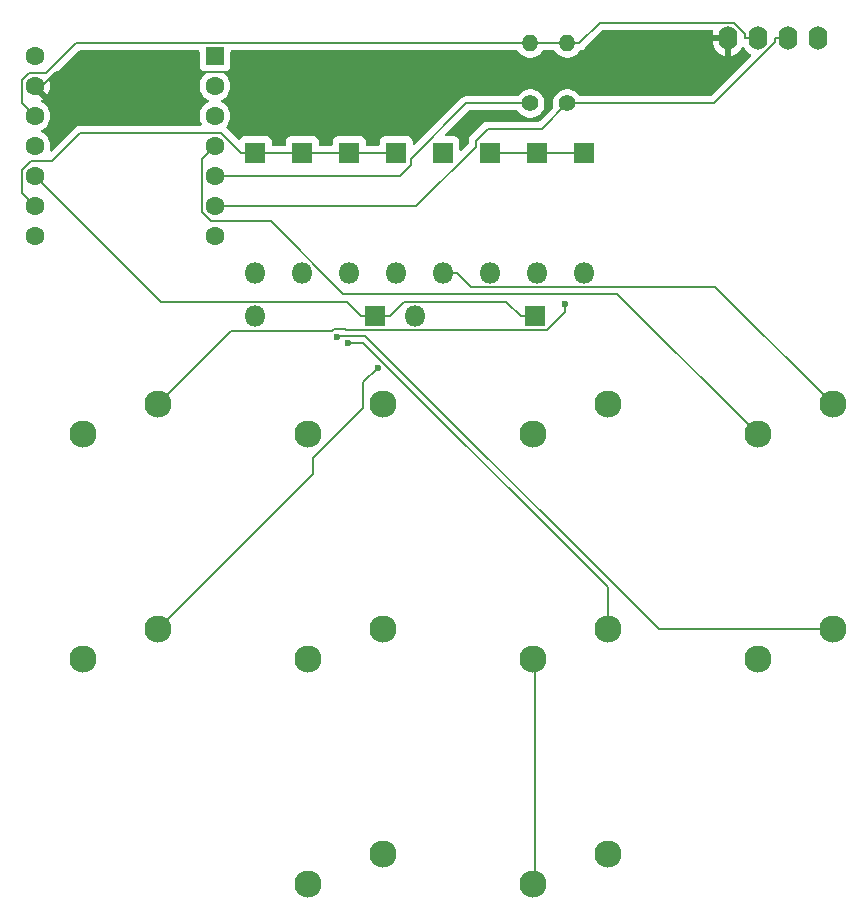
<source format=gbr>
%TF.GenerationSoftware,KiCad,Pcbnew,8.0.5-dirty*%
%TF.CreationDate,2024-10-05T14:38:15-04:00*%
%TF.ProjectId,cool-keyboard,636f6f6c-2d6b-4657-9962-6f6172642e6b,rev?*%
%TF.SameCoordinates,Original*%
%TF.FileFunction,Copper,L2,Bot*%
%TF.FilePolarity,Positive*%
%FSLAX46Y46*%
G04 Gerber Fmt 4.6, Leading zero omitted, Abs format (unit mm)*
G04 Created by KiCad (PCBNEW 8.0.5-dirty) date 2024-10-05 14:38:15*
%MOMM*%
%LPD*%
G01*
G04 APERTURE LIST*
%TA.AperFunction,ComponentPad*%
%ADD10C,2.300000*%
%TD*%
%TA.AperFunction,ComponentPad*%
%ADD11O,1.600000X2.000000*%
%TD*%
%TA.AperFunction,ComponentPad*%
%ADD12R,1.800000X1.800000*%
%TD*%
%TA.AperFunction,ComponentPad*%
%ADD13O,1.800000X1.800000*%
%TD*%
%TA.AperFunction,ComponentPad*%
%ADD14C,1.400000*%
%TD*%
%TA.AperFunction,ComponentPad*%
%ADD15O,1.400000X1.400000*%
%TD*%
%TA.AperFunction,ComponentPad*%
%ADD16R,1.600000X1.600000*%
%TD*%
%TA.AperFunction,ComponentPad*%
%ADD17C,1.600000*%
%TD*%
%TA.AperFunction,ViaPad*%
%ADD18C,0.600000*%
%TD*%
%TA.AperFunction,Conductor*%
%ADD19C,0.200000*%
%TD*%
G04 APERTURE END LIST*
D10*
%TO.P,SW7,1,1*%
%TO.N,COL2*%
X152114300Y-106267200D03*
%TO.P,SW7,2,2*%
%TO.N,Net-(D7-A)*%
X158464300Y-103727200D03*
%TD*%
%TO.P,SW3,1,1*%
%TO.N,COL2*%
X152114300Y-87217200D03*
%TO.P,SW3,2,2*%
%TO.N,Net-(D3-A)*%
X158464300Y-84677200D03*
%TD*%
D11*
%TO.P,Brd1,1,GND*%
%TO.N,GND*%
X168673000Y-53662000D03*
%TO.P,Brd1,2,VCC*%
%TO.N,SCR3V3*%
X171213000Y-53662000D03*
%TO.P,Brd1,3,SCL*%
%TO.N,Net-(Brd1-SCL)*%
X173753000Y-53662000D03*
%TO.P,Brd1,4,SDA*%
%TO.N,Net-(Brd1-SDA)*%
X176293000Y-53662000D03*
%TD*%
D10*
%TO.P,SW6,1,1*%
%TO.N,COL1*%
X133064300Y-106267200D03*
%TO.P,SW6,2,2*%
%TO.N,Net-(D6-A)*%
X139414300Y-103727200D03*
%TD*%
%TO.P,SW4,1,1*%
%TO.N,COL3*%
X171164300Y-87217200D03*
%TO.P,SW4,2,2*%
%TO.N,Net-(D4-A)*%
X177514300Y-84677200D03*
%TD*%
%TO.P,SW5,1,1*%
%TO.N,COL0*%
X114014300Y-106267200D03*
%TO.P,SW5,2,2*%
%TO.N,Net-(D5-A)*%
X120364300Y-103727200D03*
%TD*%
%TO.P,SW10,1,1*%
%TO.N,COL2*%
X152114300Y-125317200D03*
%TO.P,SW10,2,2*%
%TO.N,Net-(D10-A)*%
X158464300Y-122777200D03*
%TD*%
%TO.P,SW9,1,1*%
%TO.N,COL1*%
X133064300Y-125317200D03*
%TO.P,SW9,2,2*%
%TO.N,Net-(D9-A)*%
X139414300Y-122777200D03*
%TD*%
%TO.P,SW1,1,1*%
%TO.N,COL0*%
X114014300Y-87217200D03*
%TO.P,SW1,2,2*%
%TO.N,Net-(D1-A)*%
X120364300Y-84677200D03*
%TD*%
%TO.P,SW2,1,1*%
%TO.N,COL1*%
X133064300Y-87217200D03*
%TO.P,SW2,2,2*%
%TO.N,Net-(D2-A)*%
X139414300Y-84677200D03*
%TD*%
%TO.P,SW8,1,1*%
%TO.N,COL3*%
X171164300Y-106267200D03*
%TO.P,SW8,2,2*%
%TO.N,Net-(D8-A)*%
X177514300Y-103727200D03*
%TD*%
D12*
%TO.P,D9,1,K*%
%TO.N,ROW2*%
X152304700Y-77184200D03*
D13*
%TO.P,D9,2,A*%
%TO.N,Net-(D9-A)*%
X142144700Y-77184200D03*
%TD*%
D12*
%TO.P,D6,1,K*%
%TO.N,ROW1*%
X136588500Y-63373000D03*
D13*
%TO.P,D6,2,A*%
%TO.N,Net-(D6-A)*%
X136588500Y-73533000D03*
%TD*%
D12*
%TO.P,D10,1,K*%
%TO.N,ROW2*%
X138811000Y-77184200D03*
D13*
%TO.P,D10,2,A*%
%TO.N,Net-(D10-A)*%
X128651000Y-77184200D03*
%TD*%
D12*
%TO.P,D3,1,K*%
%TO.N,ROW0*%
X148494700Y-63373000D03*
D13*
%TO.P,D3,2,A*%
%TO.N,Net-(D3-A)*%
X148494700Y-73533000D03*
%TD*%
D14*
%TO.P,R1,1*%
%TO.N,Net-(Brd1-SCL)*%
X155067000Y-59182000D03*
D15*
%TO.P,R1,2*%
%TO.N,SCR3V3*%
X155067000Y-54102000D03*
%TD*%
D12*
%TO.P,D4,1,K*%
%TO.N,ROW0*%
X144526000Y-63373000D03*
D13*
%TO.P,D4,2,A*%
%TO.N,Net-(D4-A)*%
X144526000Y-73533000D03*
%TD*%
D12*
%TO.P,D1,1,K*%
%TO.N,ROW0*%
X156432200Y-63373000D03*
D13*
%TO.P,D1,2,A*%
%TO.N,Net-(D1-A)*%
X156432200Y-73533000D03*
%TD*%
D14*
%TO.P,R2,1*%
%TO.N,Net-(Brd1-SDA)*%
X151917000Y-59182000D03*
D15*
%TO.P,R2,2*%
%TO.N,SCR3V3*%
X151917000Y-54102000D03*
%TD*%
D12*
%TO.P,D2,1,K*%
%TO.N,ROW0*%
X152463500Y-63373000D03*
D13*
%TO.P,D2,2,A*%
%TO.N,Net-(D2-A)*%
X152463500Y-73533000D03*
%TD*%
D12*
%TO.P,D7,1,K*%
%TO.N,ROW1*%
X132619700Y-63373000D03*
D13*
%TO.P,D7,2,A*%
%TO.N,Net-(D7-A)*%
X132619700Y-73533000D03*
%TD*%
D16*
%TO.P,U2,1,PA02_A0_D0*%
%TO.N,COL0*%
X125222000Y-55183000D03*
D17*
%TO.P,U2,2,PA4_A1_D1*%
%TO.N,COL1*%
X125222000Y-57723000D03*
%TO.P,U2,3,PA10_A2_D2*%
%TO.N,COL2*%
X125222000Y-60263000D03*
%TO.P,U2,4,PA11_A3_D3*%
%TO.N,COL3*%
X125222000Y-62803000D03*
%TO.P,U2,5,PA8_A4_D4_SDA*%
%TO.N,Net-(Brd1-SDA)*%
X125222000Y-65343000D03*
%TO.P,U2,6,PA9_A5_D5_SCL*%
%TO.N,Net-(Brd1-SCL)*%
X125222000Y-67883000D03*
%TO.P,U2,7,PB08_A6_D6_TX*%
%TO.N,unconnected-(U2-PB08_A6_D6_TX-Pad7)*%
X125222000Y-70423000D03*
%TO.P,U2,8,PB09_A7_D7_RX*%
%TO.N,ROW0*%
X109982000Y-70423000D03*
%TO.P,U2,9,PA7_A8_D8_SCK*%
%TO.N,ROW1*%
X109982000Y-67883000D03*
%TO.P,U2,10,PA5_A9_D9_MISO*%
%TO.N,ROW2*%
X109982000Y-65343000D03*
%TO.P,U2,11,PA6_A10_D10_MOSI*%
%TO.N,unconnected-(U2-PA6_A10_D10_MOSI-Pad11)*%
X109982000Y-62803000D03*
%TO.P,U2,12,3V3*%
%TO.N,SCR3V3*%
X109982000Y-60263000D03*
%TO.P,U2,13,GND*%
%TO.N,GND*%
X109982000Y-57723000D03*
%TO.P,U2,14,5V*%
%TO.N,+5V*%
X109982000Y-55183000D03*
%TD*%
D12*
%TO.P,D5,1,K*%
%TO.N,ROW1*%
X140557200Y-63373000D03*
D13*
%TO.P,D5,2,A*%
%TO.N,Net-(D5-A)*%
X140557200Y-73533000D03*
%TD*%
D12*
%TO.P,D8,1,K*%
%TO.N,ROW1*%
X128651000Y-63373000D03*
D13*
%TO.P,D8,2,A*%
%TO.N,Net-(D8-A)*%
X128651000Y-73533000D03*
%TD*%
D18*
%TO.N,Net-(D1-A)*%
X154844700Y-76186300D03*
%TO.N,Net-(D5-A)*%
X139013700Y-81558500D03*
%TO.N,Net-(D7-A)*%
X136497900Y-79445500D03*
%TO.N,Net-(D8-A)*%
X135564300Y-78923000D03*
%TD*%
D19*
%TO.N,ROW0*%
X152463500Y-63373000D02*
X148494700Y-63373000D01*
X156432200Y-63373000D02*
X152463500Y-63373000D01*
%TO.N,Net-(D1-A)*%
X126566200Y-78475300D02*
X120364300Y-84677200D01*
X136347000Y-78398200D02*
X136270100Y-78321300D01*
X154844700Y-76873200D02*
X153319700Y-78398200D01*
X135315200Y-78321300D02*
X135161200Y-78475300D01*
X153319700Y-78398200D02*
X136347000Y-78398200D01*
X154844700Y-76186300D02*
X154844700Y-76873200D01*
X135161200Y-78475300D02*
X126566200Y-78475300D01*
X136270100Y-78321300D02*
X135315200Y-78321300D01*
%TO.N,Net-(D4-A)*%
X145727700Y-73533000D02*
X146929400Y-74734700D01*
X144526000Y-73533000D02*
X145727700Y-73533000D01*
X167571800Y-74734700D02*
X177514300Y-84677200D01*
X146929400Y-74734700D02*
X167571800Y-74734700D01*
%TO.N,Net-(D5-A)*%
X133526200Y-89237400D02*
X137793400Y-84970200D01*
X133526200Y-90565300D02*
X133526200Y-89237400D01*
X137793400Y-82778800D02*
X139013700Y-81558500D01*
X120364300Y-103727200D02*
X133526200Y-90565300D01*
X137793400Y-84970200D02*
X137793400Y-82778800D01*
%TO.N,ROW1*%
X140557200Y-63373000D02*
X136588500Y-63373000D01*
X132619700Y-63373000D02*
X136588500Y-63373000D01*
X111455000Y-64073000D02*
X113834300Y-61693700D01*
X113834300Y-61693700D02*
X125770000Y-61693700D01*
X128651000Y-63373000D02*
X127449300Y-63373000D01*
X132619700Y-63373000D02*
X128651000Y-63373000D01*
X125770000Y-61693700D02*
X127449300Y-63373000D01*
X109660800Y-64073000D02*
X111455000Y-64073000D01*
X108872600Y-66773600D02*
X108872600Y-64861200D01*
X108872600Y-64861200D02*
X109660800Y-64073000D01*
X109982000Y-67883000D02*
X108872600Y-66773600D01*
%TO.N,Net-(D7-A)*%
X137787400Y-79445500D02*
X158464300Y-100122400D01*
X158464300Y-100122400D02*
X158464300Y-103727200D01*
X136497900Y-79445500D02*
X137787400Y-79445500D01*
%TO.N,Net-(D8-A)*%
X135643500Y-78843800D02*
X135564300Y-78923000D01*
X177514300Y-103727200D02*
X162830700Y-103727200D01*
X137947300Y-78843800D02*
X135643500Y-78843800D01*
X162830700Y-103727200D02*
X137947300Y-78843800D01*
%TO.N,ROW2*%
X140012700Y-77184200D02*
X141214400Y-75982500D01*
X109982000Y-65343000D02*
X120621500Y-75982500D01*
X152304700Y-77184200D02*
X151103000Y-77184200D01*
X136407600Y-75982500D02*
X137609300Y-77184200D01*
X138811000Y-77184200D02*
X137609300Y-77184200D01*
X141214400Y-75982500D02*
X149901300Y-75982500D01*
X149901300Y-75982500D02*
X151103000Y-77184200D01*
X120621500Y-75982500D02*
X136407600Y-75982500D01*
X138811000Y-77184200D02*
X140012700Y-77184200D01*
%TO.N,COL2*%
X152283300Y-125148200D02*
X152283300Y-106436200D01*
X152283300Y-106436200D02*
X152114300Y-106267200D01*
X152114300Y-125317200D02*
X152283300Y-125148200D01*
%TO.N,COL3*%
X124905900Y-69153000D02*
X124115800Y-68362900D01*
X124115800Y-63909200D02*
X125222000Y-62803000D01*
X136083700Y-75294700D02*
X129942000Y-69153000D01*
X171164300Y-87217200D02*
X159241800Y-75294700D01*
X159241800Y-75294700D02*
X136083700Y-75294700D01*
X129942000Y-69153000D02*
X124905900Y-69153000D01*
X124115800Y-68362900D02*
X124115800Y-63909200D01*
%TO.N,Net-(Brd1-SCL)*%
X147293000Y-62848200D02*
X142258200Y-67883000D01*
X155067000Y-59182000D02*
X152930000Y-61319000D01*
X173753000Y-53662000D02*
X172651300Y-53662000D01*
X148310500Y-61319000D02*
X147293000Y-62336500D01*
X142258200Y-67883000D02*
X125222000Y-67883000D01*
X147293000Y-62336500D02*
X147293000Y-62848200D01*
X172651300Y-53990300D02*
X167459600Y-59182000D01*
X167459600Y-59182000D02*
X155067000Y-59182000D01*
X172651300Y-53662000D02*
X172651300Y-53990300D01*
X152930000Y-61319000D02*
X148310500Y-61319000D01*
%TO.N,GND*%
X111727900Y-56545000D02*
X164688300Y-56545000D01*
X110549900Y-57723000D02*
X111727900Y-56545000D01*
X164688300Y-56545000D02*
X167571300Y-53662000D01*
X109982000Y-57723000D02*
X110549900Y-57723000D01*
X168673000Y-53662000D02*
X167571300Y-53662000D01*
%TO.N,Net-(Brd1-SDA)*%
X146479100Y-59182000D02*
X151917000Y-59182000D01*
X141810600Y-64399000D02*
X141810600Y-63850500D01*
X140866600Y-65343000D02*
X141810600Y-64399000D01*
X141810600Y-63850500D02*
X146479100Y-59182000D01*
X125222000Y-65343000D02*
X140866600Y-65343000D01*
%TO.N,SCR3V3*%
X157819600Y-52351100D02*
X169128700Y-52351100D01*
X155067000Y-54102000D02*
X151917000Y-54102000D01*
X171213000Y-53662000D02*
X170111300Y-53662000D01*
X169128700Y-52351100D02*
X170111300Y-53333700D01*
X150894600Y-54081300D02*
X150915300Y-54102000D01*
X109488700Y-56621300D02*
X110947500Y-56621300D01*
X113487500Y-54081300D02*
X150894600Y-54081300D01*
X108877400Y-57232600D02*
X109488700Y-56621300D01*
X151917000Y-54102000D02*
X150915300Y-54102000D01*
X109982000Y-60263000D02*
X108877400Y-59158400D01*
X156068700Y-54102000D02*
X157819600Y-52351100D01*
X110947500Y-56621300D02*
X113487500Y-54081300D01*
X108877400Y-59158400D02*
X108877400Y-57232600D01*
X170111300Y-53333700D02*
X170111300Y-53662000D01*
X155067000Y-54102000D02*
X156068700Y-54102000D01*
%TD*%
%TA.AperFunction,Conductor*%
%TO.N,GND*%
G36*
X123864539Y-54701485D02*
G01*
X123910294Y-54754289D01*
X123921500Y-54805800D01*
X123921500Y-56030870D01*
X123921501Y-56030876D01*
X123927908Y-56090483D01*
X123978202Y-56225328D01*
X123978206Y-56225335D01*
X124064452Y-56340544D01*
X124064455Y-56340547D01*
X124179664Y-56426793D01*
X124179671Y-56426797D01*
X124224618Y-56443561D01*
X124314517Y-56477091D01*
X124349596Y-56480862D01*
X124414144Y-56507599D01*
X124453993Y-56564991D01*
X124456488Y-56634816D01*
X124420836Y-56694905D01*
X124407464Y-56705725D01*
X124382858Y-56722954D01*
X124221954Y-56883858D01*
X124091432Y-57070265D01*
X124091431Y-57070267D01*
X123995261Y-57276502D01*
X123995258Y-57276511D01*
X123936366Y-57496302D01*
X123936364Y-57496313D01*
X123916532Y-57722998D01*
X123916532Y-57723001D01*
X123936364Y-57949686D01*
X123936366Y-57949697D01*
X123995258Y-58169488D01*
X123995261Y-58169497D01*
X124091431Y-58375732D01*
X124091432Y-58375734D01*
X124221954Y-58562141D01*
X124382858Y-58723045D01*
X124382861Y-58723047D01*
X124569266Y-58853568D01*
X124626681Y-58880341D01*
X124627275Y-58880618D01*
X124679714Y-58926791D01*
X124698866Y-58993984D01*
X124678650Y-59060865D01*
X124627275Y-59105382D01*
X124569267Y-59132431D01*
X124569265Y-59132432D01*
X124382858Y-59262954D01*
X124221954Y-59423858D01*
X124091432Y-59610265D01*
X124091431Y-59610267D01*
X123995261Y-59816502D01*
X123995258Y-59816511D01*
X123936366Y-60036302D01*
X123936364Y-60036313D01*
X123916532Y-60262998D01*
X123916532Y-60263001D01*
X123936364Y-60489686D01*
X123936366Y-60489697D01*
X123995258Y-60709488D01*
X123995261Y-60709497D01*
X124091927Y-60916795D01*
X124102419Y-60985872D01*
X124073899Y-61049656D01*
X124015423Y-61087896D01*
X123979545Y-61093200D01*
X113755241Y-61093200D01*
X113721881Y-61102138D01*
X113721882Y-61102139D01*
X113602514Y-61134123D01*
X113602509Y-61134126D01*
X113465590Y-61213175D01*
X113465582Y-61213181D01*
X111455249Y-63223515D01*
X111393926Y-63257000D01*
X111324234Y-63252016D01*
X111268301Y-63210144D01*
X111243884Y-63144680D01*
X111247792Y-63103745D01*
X111267635Y-63029692D01*
X111287468Y-62803000D01*
X111267635Y-62576308D01*
X111208739Y-62356504D01*
X111112568Y-62150266D01*
X110984794Y-61967784D01*
X110982045Y-61963858D01*
X110821141Y-61802954D01*
X110634734Y-61672432D01*
X110634728Y-61672429D01*
X110576725Y-61645382D01*
X110524285Y-61599210D01*
X110505133Y-61532017D01*
X110525348Y-61465135D01*
X110576725Y-61420618D01*
X110634734Y-61393568D01*
X110821139Y-61263047D01*
X110982047Y-61102139D01*
X111112568Y-60915734D01*
X111208739Y-60709496D01*
X111267635Y-60489692D01*
X111287468Y-60263000D01*
X111287314Y-60261245D01*
X111277068Y-60144124D01*
X111267635Y-60036308D01*
X111208739Y-59816504D01*
X111112568Y-59610266D01*
X110982047Y-59423861D01*
X110982045Y-59423858D01*
X110821141Y-59262954D01*
X110634735Y-59132433D01*
X110634736Y-59132433D01*
X110634734Y-59132432D01*
X110576132Y-59105105D01*
X110523694Y-59058933D01*
X110504543Y-58991739D01*
X110524759Y-58924858D01*
X110576135Y-58880341D01*
X110634482Y-58853133D01*
X110707471Y-58802024D01*
X110111409Y-58205962D01*
X110174993Y-58188925D01*
X110289007Y-58123099D01*
X110382099Y-58030007D01*
X110447925Y-57915993D01*
X110464962Y-57852409D01*
X111061024Y-58448471D01*
X111112136Y-58375478D01*
X111208264Y-58169331D01*
X111208269Y-58169317D01*
X111267139Y-57949610D01*
X111267141Y-57949599D01*
X111286966Y-57723002D01*
X111286966Y-57722997D01*
X111267141Y-57496400D01*
X111267139Y-57496389D01*
X111206866Y-57271445D01*
X111209372Y-57270773D01*
X111205527Y-57211946D01*
X111239387Y-57150829D01*
X111264523Y-57131663D01*
X111316216Y-57101820D01*
X111428020Y-56990016D01*
X111428020Y-56990014D01*
X111438228Y-56979807D01*
X111438229Y-56979804D01*
X113699916Y-54718119D01*
X113761239Y-54684634D01*
X113787597Y-54681800D01*
X123797500Y-54681800D01*
X123864539Y-54701485D01*
G37*
%TD.AperFunction*%
%TA.AperFunction,Conductor*%
G36*
X167368305Y-52971285D02*
G01*
X167414060Y-53024089D01*
X167424004Y-53093247D01*
X167419197Y-53113918D01*
X167405010Y-53157578D01*
X167405010Y-53157581D01*
X167373000Y-53359682D01*
X167373000Y-53412000D01*
X168239988Y-53412000D01*
X168207075Y-53469007D01*
X168173000Y-53596174D01*
X168173000Y-53727826D01*
X168207075Y-53854993D01*
X168239988Y-53912000D01*
X167373000Y-53912000D01*
X167373000Y-53964317D01*
X167405009Y-54166417D01*
X167468244Y-54361031D01*
X167561140Y-54543349D01*
X167681417Y-54708894D01*
X167681417Y-54708895D01*
X167826104Y-54853582D01*
X167991650Y-54973859D01*
X168173968Y-55066754D01*
X168368578Y-55129988D01*
X168423000Y-55138607D01*
X168423000Y-54095012D01*
X168480007Y-54127925D01*
X168607174Y-54162000D01*
X168738826Y-54162000D01*
X168865993Y-54127925D01*
X168923000Y-54095012D01*
X168923000Y-55138606D01*
X168977421Y-55129988D01*
X169172031Y-55066754D01*
X169354349Y-54973859D01*
X169519894Y-54853582D01*
X169519895Y-54853582D01*
X169664582Y-54708895D01*
X169664582Y-54708894D01*
X169784861Y-54543347D01*
X169832234Y-54450371D01*
X169880208Y-54399575D01*
X169948028Y-54382779D01*
X170014164Y-54405316D01*
X170053203Y-54450369D01*
X170100713Y-54543611D01*
X170221028Y-54709213D01*
X170365786Y-54853971D01*
X170531385Y-54974284D01*
X170531387Y-54974285D01*
X170531390Y-54974287D01*
X170569239Y-54993572D01*
X170620034Y-55041544D01*
X170636830Y-55109364D01*
X170614294Y-55175500D01*
X170600625Y-55191737D01*
X167247184Y-58545181D01*
X167185861Y-58578666D01*
X167159503Y-58581500D01*
X156179621Y-58581500D01*
X156112582Y-58561815D01*
X156080667Y-58532227D01*
X155957979Y-58369761D01*
X155793562Y-58219876D01*
X155793560Y-58219874D01*
X155604404Y-58102754D01*
X155604398Y-58102752D01*
X155396940Y-58022382D01*
X155178243Y-57981500D01*
X154955757Y-57981500D01*
X154737060Y-58022382D01*
X154605864Y-58073207D01*
X154529601Y-58102752D01*
X154529595Y-58102754D01*
X154340439Y-58219874D01*
X154340437Y-58219876D01*
X154176020Y-58369761D01*
X154041943Y-58547308D01*
X154041938Y-58547316D01*
X153942775Y-58746461D01*
X153942769Y-58746476D01*
X153881885Y-58960462D01*
X153881884Y-58960464D01*
X153861357Y-59181999D01*
X153861357Y-59182000D01*
X153881885Y-59403537D01*
X153887270Y-59422463D01*
X153886683Y-59492330D01*
X153855685Y-59544078D01*
X152717584Y-60682181D01*
X152656261Y-60715666D01*
X152629903Y-60718500D01*
X148389557Y-60718500D01*
X148231442Y-60718500D01*
X148078715Y-60759423D01*
X148078714Y-60759423D01*
X148078712Y-60759424D01*
X148078709Y-60759425D01*
X148028596Y-60788359D01*
X148028595Y-60788360D01*
X147985189Y-60813420D01*
X147941785Y-60838479D01*
X147941782Y-60838481D01*
X146812481Y-61967782D01*
X146812479Y-61967785D01*
X146806057Y-61978909D01*
X146777020Y-62029204D01*
X146762361Y-62054594D01*
X146762359Y-62054596D01*
X146733425Y-62104709D01*
X146733424Y-62104710D01*
X146733423Y-62104715D01*
X146692499Y-62257443D01*
X146692499Y-62257445D01*
X146692499Y-62425546D01*
X146692500Y-62425559D01*
X146692500Y-62548102D01*
X146672815Y-62615141D01*
X146656181Y-62635783D01*
X146138180Y-63153784D01*
X146076857Y-63187269D01*
X146007165Y-63182285D01*
X145951232Y-63140413D01*
X145926815Y-63074949D01*
X145926499Y-63066103D01*
X145926499Y-62425129D01*
X145926498Y-62425123D01*
X145926497Y-62425116D01*
X145920091Y-62365517D01*
X145916729Y-62356504D01*
X145869797Y-62230671D01*
X145869793Y-62230664D01*
X145783547Y-62115455D01*
X145783544Y-62115452D01*
X145668335Y-62029206D01*
X145668328Y-62029202D01*
X145533482Y-61978908D01*
X145533483Y-61978908D01*
X145473883Y-61972501D01*
X145473881Y-61972500D01*
X145473873Y-61972500D01*
X145473865Y-61972500D01*
X144837196Y-61972500D01*
X144770157Y-61952815D01*
X144724402Y-61900011D01*
X144714458Y-61830853D01*
X144743483Y-61767297D01*
X144749515Y-61760819D01*
X145671854Y-60838481D01*
X146691516Y-59818819D01*
X146752839Y-59785334D01*
X146779197Y-59782500D01*
X150804379Y-59782500D01*
X150871418Y-59802185D01*
X150903333Y-59831773D01*
X151026020Y-59994238D01*
X151190437Y-60144123D01*
X151190439Y-60144125D01*
X151379595Y-60261245D01*
X151379596Y-60261245D01*
X151379599Y-60261247D01*
X151587060Y-60341618D01*
X151805757Y-60382500D01*
X151805759Y-60382500D01*
X152028241Y-60382500D01*
X152028243Y-60382500D01*
X152246940Y-60341618D01*
X152454401Y-60261247D01*
X152643562Y-60144124D01*
X152807981Y-59994236D01*
X152942058Y-59816689D01*
X153041229Y-59617528D01*
X153102115Y-59403536D01*
X153122643Y-59182000D01*
X153107787Y-59021681D01*
X153102115Y-58960464D01*
X153102114Y-58960462D01*
X153101280Y-58957532D01*
X153041229Y-58746472D01*
X153018826Y-58701480D01*
X152942061Y-58547316D01*
X152942056Y-58547308D01*
X152807979Y-58369761D01*
X152643562Y-58219876D01*
X152643560Y-58219874D01*
X152454404Y-58102754D01*
X152454398Y-58102752D01*
X152246940Y-58022382D01*
X152028243Y-57981500D01*
X151805757Y-57981500D01*
X151587060Y-58022382D01*
X151455864Y-58073207D01*
X151379601Y-58102752D01*
X151379595Y-58102754D01*
X151190439Y-58219874D01*
X151190437Y-58219876D01*
X151026020Y-58369761D01*
X150903333Y-58532227D01*
X150847224Y-58573863D01*
X150804379Y-58581500D01*
X146565769Y-58581500D01*
X146565753Y-58581499D01*
X146558157Y-58581499D01*
X146400043Y-58581499D01*
X146320110Y-58602917D01*
X146247316Y-58622422D01*
X146217150Y-58639839D01*
X146217149Y-58639838D01*
X146110387Y-58701477D01*
X146110382Y-58701481D01*
X142169380Y-62642484D01*
X142108057Y-62675969D01*
X142038365Y-62670985D01*
X141982432Y-62629113D01*
X141958015Y-62563649D01*
X141957699Y-62554803D01*
X141957699Y-62425129D01*
X141957698Y-62425123D01*
X141957697Y-62425116D01*
X141951291Y-62365517D01*
X141947929Y-62356504D01*
X141900997Y-62230671D01*
X141900993Y-62230664D01*
X141814747Y-62115455D01*
X141814744Y-62115452D01*
X141699535Y-62029206D01*
X141699528Y-62029202D01*
X141564682Y-61978908D01*
X141564683Y-61978908D01*
X141505083Y-61972501D01*
X141505081Y-61972500D01*
X141505073Y-61972500D01*
X141505064Y-61972500D01*
X139609329Y-61972500D01*
X139609323Y-61972501D01*
X139549716Y-61978908D01*
X139414871Y-62029202D01*
X139414864Y-62029206D01*
X139299655Y-62115452D01*
X139299652Y-62115455D01*
X139213406Y-62230664D01*
X139213402Y-62230671D01*
X139163108Y-62365517D01*
X139156701Y-62425116D01*
X139156701Y-62425123D01*
X139156700Y-62425135D01*
X139156700Y-62648500D01*
X139137015Y-62715539D01*
X139084211Y-62761294D01*
X139032700Y-62772500D01*
X138112999Y-62772500D01*
X138045960Y-62752815D01*
X138000205Y-62700011D01*
X137988999Y-62648500D01*
X137988999Y-62425129D01*
X137988998Y-62425123D01*
X137988997Y-62425116D01*
X137982591Y-62365517D01*
X137979229Y-62356504D01*
X137932297Y-62230671D01*
X137932293Y-62230664D01*
X137846047Y-62115455D01*
X137846044Y-62115452D01*
X137730835Y-62029206D01*
X137730828Y-62029202D01*
X137595982Y-61978908D01*
X137595983Y-61978908D01*
X137536383Y-61972501D01*
X137536381Y-61972500D01*
X137536373Y-61972500D01*
X137536364Y-61972500D01*
X135640629Y-61972500D01*
X135640623Y-61972501D01*
X135581016Y-61978908D01*
X135446171Y-62029202D01*
X135446164Y-62029206D01*
X135330955Y-62115452D01*
X135330952Y-62115455D01*
X135244706Y-62230664D01*
X135244702Y-62230671D01*
X135194408Y-62365517D01*
X135188001Y-62425116D01*
X135188001Y-62425123D01*
X135188000Y-62425135D01*
X135188000Y-62648500D01*
X135168315Y-62715539D01*
X135115511Y-62761294D01*
X135064000Y-62772500D01*
X134144199Y-62772500D01*
X134077160Y-62752815D01*
X134031405Y-62700011D01*
X134020199Y-62648500D01*
X134020199Y-62425129D01*
X134020198Y-62425123D01*
X134020197Y-62425116D01*
X134013791Y-62365517D01*
X134010429Y-62356504D01*
X133963497Y-62230671D01*
X133963493Y-62230664D01*
X133877247Y-62115455D01*
X133877244Y-62115452D01*
X133762035Y-62029206D01*
X133762028Y-62029202D01*
X133627182Y-61978908D01*
X133627183Y-61978908D01*
X133567583Y-61972501D01*
X133567581Y-61972500D01*
X133567573Y-61972500D01*
X133567564Y-61972500D01*
X131671829Y-61972500D01*
X131671823Y-61972501D01*
X131612216Y-61978908D01*
X131477371Y-62029202D01*
X131477364Y-62029206D01*
X131362155Y-62115452D01*
X131362152Y-62115455D01*
X131275906Y-62230664D01*
X131275902Y-62230671D01*
X131225608Y-62365517D01*
X131219201Y-62425116D01*
X131219201Y-62425123D01*
X131219200Y-62425135D01*
X131219200Y-62648500D01*
X131199515Y-62715539D01*
X131146711Y-62761294D01*
X131095200Y-62772500D01*
X130175499Y-62772500D01*
X130108460Y-62752815D01*
X130062705Y-62700011D01*
X130051499Y-62648500D01*
X130051499Y-62425129D01*
X130051498Y-62425123D01*
X130051497Y-62425116D01*
X130045091Y-62365517D01*
X130041729Y-62356504D01*
X129994797Y-62230671D01*
X129994793Y-62230664D01*
X129908547Y-62115455D01*
X129908544Y-62115452D01*
X129793335Y-62029206D01*
X129793328Y-62029202D01*
X129658482Y-61978908D01*
X129658483Y-61978908D01*
X129598883Y-61972501D01*
X129598881Y-61972500D01*
X129598873Y-61972500D01*
X129598864Y-61972500D01*
X127703129Y-61972500D01*
X127703123Y-61972501D01*
X127643516Y-61978908D01*
X127508671Y-62029202D01*
X127508664Y-62029206D01*
X127393455Y-62115452D01*
X127328316Y-62202465D01*
X127272381Y-62244336D01*
X127202690Y-62249319D01*
X127141369Y-62215834D01*
X126257590Y-61332055D01*
X126257588Y-61332052D01*
X126212542Y-61287006D01*
X126179057Y-61225683D01*
X126184041Y-61155991D01*
X126212542Y-61111644D01*
X126222047Y-61102139D01*
X126222048Y-61102138D01*
X126352568Y-60915734D01*
X126448739Y-60709496D01*
X126507635Y-60489692D01*
X126527468Y-60263000D01*
X126527314Y-60261245D01*
X126517068Y-60144124D01*
X126507635Y-60036308D01*
X126448739Y-59816504D01*
X126352568Y-59610266D01*
X126222047Y-59423861D01*
X126222045Y-59423858D01*
X126061141Y-59262954D01*
X125874734Y-59132432D01*
X125874728Y-59132429D01*
X125816725Y-59105382D01*
X125764285Y-59059210D01*
X125745133Y-58992017D01*
X125765348Y-58925135D01*
X125816725Y-58880618D01*
X125817319Y-58880341D01*
X125874734Y-58853568D01*
X126061139Y-58723047D01*
X126222047Y-58562139D01*
X126352568Y-58375734D01*
X126448739Y-58169496D01*
X126507635Y-57949692D01*
X126527468Y-57723000D01*
X126507635Y-57496308D01*
X126448739Y-57276504D01*
X126352568Y-57070266D01*
X126222047Y-56883861D01*
X126222045Y-56883858D01*
X126061143Y-56722956D01*
X126036536Y-56705726D01*
X125992912Y-56651149D01*
X125985719Y-56581650D01*
X126017241Y-56519296D01*
X126077471Y-56483882D01*
X126094404Y-56480861D01*
X126129483Y-56477091D01*
X126264331Y-56426796D01*
X126379546Y-56340546D01*
X126465796Y-56225331D01*
X126516091Y-56090483D01*
X126522500Y-56030873D01*
X126522499Y-54805799D01*
X126542184Y-54738761D01*
X126594987Y-54693006D01*
X126646499Y-54681800D01*
X150742663Y-54681800D01*
X150774754Y-54686025D01*
X150800810Y-54693006D01*
X150832528Y-54701505D01*
X150892188Y-54737867D01*
X150899390Y-54746552D01*
X151026020Y-54914238D01*
X151190437Y-55064123D01*
X151190439Y-55064125D01*
X151379595Y-55181245D01*
X151379596Y-55181245D01*
X151379599Y-55181247D01*
X151587060Y-55261618D01*
X151805757Y-55302500D01*
X151805759Y-55302500D01*
X152028241Y-55302500D01*
X152028243Y-55302500D01*
X152246940Y-55261618D01*
X152454401Y-55181247D01*
X152643562Y-55064124D01*
X152807981Y-54914236D01*
X152930667Y-54751772D01*
X152986776Y-54710137D01*
X153029621Y-54702500D01*
X153954379Y-54702500D01*
X154021418Y-54722185D01*
X154053333Y-54751773D01*
X154176020Y-54914238D01*
X154340437Y-55064123D01*
X154340439Y-55064125D01*
X154529595Y-55181245D01*
X154529596Y-55181245D01*
X154529599Y-55181247D01*
X154737060Y-55261618D01*
X154955757Y-55302500D01*
X154955759Y-55302500D01*
X155178241Y-55302500D01*
X155178243Y-55302500D01*
X155396940Y-55261618D01*
X155604401Y-55181247D01*
X155793562Y-55064124D01*
X155957981Y-54914236D01*
X156084608Y-54746553D01*
X156140716Y-54704917D01*
X156151441Y-54701513D01*
X156300485Y-54661577D01*
X156350604Y-54632639D01*
X156437416Y-54582520D01*
X156549220Y-54470716D01*
X156549220Y-54470714D01*
X156559428Y-54460507D01*
X156559429Y-54460504D01*
X158032017Y-52987919D01*
X158093340Y-52954434D01*
X158119698Y-52951600D01*
X167301266Y-52951600D01*
X167368305Y-52971285D01*
G37*
%TD.AperFunction*%
%TD*%
M02*

</source>
